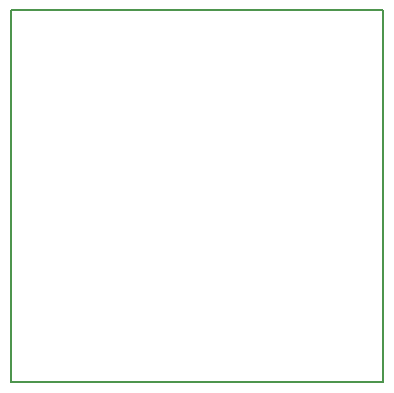
<source format=gm1>
G04 MADE WITH FRITZING*
G04 WWW.FRITZING.ORG*
G04 DOUBLE SIDED*
G04 HOLES PLATED*
G04 CONTOUR ON CENTER OF CONTOUR VECTOR*
%ASAXBY*%
%FSLAX23Y23*%
%MOIN*%
%OFA0B0*%
%SFA1.0B1.0*%
%ADD10R,1.251190X1.248050*%
%ADD11C,0.008000*%
%ADD10C,0.008*%
%LNCONTOUR*%
G90*
G70*
G54D10*
G54D11*
X4Y1244D02*
X1247Y1244D01*
X1247Y4D01*
X4Y4D01*
X4Y1244D01*
D02*
G04 End of contour*
M02*
</source>
